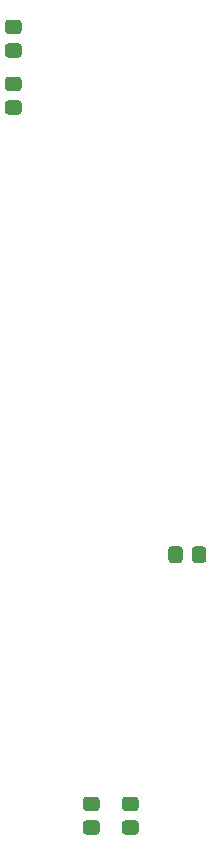
<source format=gbr>
%TF.GenerationSoftware,KiCad,Pcbnew,(5.1.7)-1*%
%TF.CreationDate,2023-12-15T12:51:46-07:00*%
%TF.ProjectId,AMPE32T30,414d5045-3332-4543-9330-2e6b69636164,rev?*%
%TF.SameCoordinates,PX76efc10PY5962530*%
%TF.FileFunction,Paste,Top*%
%TF.FilePolarity,Positive*%
%FSLAX46Y46*%
G04 Gerber Fmt 4.6, Leading zero omitted, Abs format (unit mm)*
G04 Created by KiCad (PCBNEW (5.1.7)-1) date 2023-12-15 12:51:46*
%MOMM*%
%LPD*%
G01*
G04 APERTURE LIST*
G04 APERTURE END LIST*
%TO.C,R4*%
G36*
G01*
X24834001Y2718000D02*
X23933999Y2718000D01*
G75*
G02*
X23684000Y2967999I0J249999D01*
G01*
X23684000Y3668001D01*
G75*
G02*
X23933999Y3918000I249999J0D01*
G01*
X24834001Y3918000D01*
G75*
G02*
X25084000Y3668001I0J-249999D01*
G01*
X25084000Y2967999D01*
G75*
G02*
X24834001Y2718000I-249999J0D01*
G01*
G37*
G36*
G01*
X24834001Y4718000D02*
X23933999Y4718000D01*
G75*
G02*
X23684000Y4967999I0J249999D01*
G01*
X23684000Y5668001D01*
G75*
G02*
X23933999Y5918000I249999J0D01*
G01*
X24834001Y5918000D01*
G75*
G02*
X25084000Y5668001I0J-249999D01*
G01*
X25084000Y4967999D01*
G75*
G02*
X24834001Y4718000I-249999J0D01*
G01*
G37*
%TD*%
%TO.C,R5*%
G36*
G01*
X21532001Y4718000D02*
X20631999Y4718000D01*
G75*
G02*
X20382000Y4967999I0J249999D01*
G01*
X20382000Y5668001D01*
G75*
G02*
X20631999Y5918000I249999J0D01*
G01*
X21532001Y5918000D01*
G75*
G02*
X21782000Y5668001I0J-249999D01*
G01*
X21782000Y4967999D01*
G75*
G02*
X21532001Y4718000I-249999J0D01*
G01*
G37*
G36*
G01*
X21532001Y2718000D02*
X20631999Y2718000D01*
G75*
G02*
X20382000Y2967999I0J249999D01*
G01*
X20382000Y3668001D01*
G75*
G02*
X20631999Y3918000I249999J0D01*
G01*
X21532001Y3918000D01*
G75*
G02*
X21782000Y3668001I0J-249999D01*
G01*
X21782000Y2967999D01*
G75*
G02*
X21532001Y2718000I-249999J0D01*
G01*
G37*
%TD*%
%TO.C,R3*%
G36*
G01*
X28810000Y26866001D02*
X28810000Y25965999D01*
G75*
G02*
X28560001Y25716000I-249999J0D01*
G01*
X27859999Y25716000D01*
G75*
G02*
X27610000Y25965999I0J249999D01*
G01*
X27610000Y26866001D01*
G75*
G02*
X27859999Y27116000I249999J0D01*
G01*
X28560001Y27116000D01*
G75*
G02*
X28810000Y26866001I0J-249999D01*
G01*
G37*
G36*
G01*
X30810000Y26866001D02*
X30810000Y25965999D01*
G75*
G02*
X30560001Y25716000I-249999J0D01*
G01*
X29859999Y25716000D01*
G75*
G02*
X29610000Y25965999I0J249999D01*
G01*
X29610000Y26866001D01*
G75*
G02*
X29859999Y27116000I249999J0D01*
G01*
X30560001Y27116000D01*
G75*
G02*
X30810000Y26866001I0J-249999D01*
G01*
G37*
%TD*%
%TO.C,R2*%
G36*
G01*
X14928001Y65678000D02*
X14027999Y65678000D01*
G75*
G02*
X13778000Y65927999I0J249999D01*
G01*
X13778000Y66628001D01*
G75*
G02*
X14027999Y66878000I249999J0D01*
G01*
X14928001Y66878000D01*
G75*
G02*
X15178000Y66628001I0J-249999D01*
G01*
X15178000Y65927999D01*
G75*
G02*
X14928001Y65678000I-249999J0D01*
G01*
G37*
G36*
G01*
X14928001Y63678000D02*
X14027999Y63678000D01*
G75*
G02*
X13778000Y63927999I0J249999D01*
G01*
X13778000Y64628001D01*
G75*
G02*
X14027999Y64878000I249999J0D01*
G01*
X14928001Y64878000D01*
G75*
G02*
X15178000Y64628001I0J-249999D01*
G01*
X15178000Y63927999D01*
G75*
G02*
X14928001Y63678000I-249999J0D01*
G01*
G37*
%TD*%
%TO.C,R1*%
G36*
G01*
X14928001Y70504000D02*
X14027999Y70504000D01*
G75*
G02*
X13778000Y70753999I0J249999D01*
G01*
X13778000Y71454001D01*
G75*
G02*
X14027999Y71704000I249999J0D01*
G01*
X14928001Y71704000D01*
G75*
G02*
X15178000Y71454001I0J-249999D01*
G01*
X15178000Y70753999D01*
G75*
G02*
X14928001Y70504000I-249999J0D01*
G01*
G37*
G36*
G01*
X14928001Y68504000D02*
X14027999Y68504000D01*
G75*
G02*
X13778000Y68753999I0J249999D01*
G01*
X13778000Y69454001D01*
G75*
G02*
X14027999Y69704000I249999J0D01*
G01*
X14928001Y69704000D01*
G75*
G02*
X15178000Y69454001I0J-249999D01*
G01*
X15178000Y68753999D01*
G75*
G02*
X14928001Y68504000I-249999J0D01*
G01*
G37*
%TD*%
M02*

</source>
